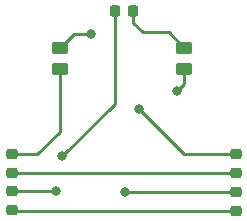
<source format=gtl>
G04 #@! TF.GenerationSoftware,KiCad,Pcbnew,(6.0.0)*
G04 #@! TF.CreationDate,2021-12-31T14:49:46+01:00*
G04 #@! TF.ProjectId,marklin-v100-led-back-pcb,6d61726b-6c69-46e2-9d76-3130302d6c65,0.1*
G04 #@! TF.SameCoordinates,Original*
G04 #@! TF.FileFunction,Copper,L1,Top*
G04 #@! TF.FilePolarity,Positive*
%FSLAX46Y46*%
G04 Gerber Fmt 4.6, Leading zero omitted, Abs format (unit mm)*
G04 Created by KiCad (PCBNEW (6.0.0)) date 2021-12-31 14:49:46*
%MOMM*%
%LPD*%
G01*
G04 APERTURE LIST*
G04 Aperture macros list*
%AMRoundRect*
0 Rectangle with rounded corners*
0 $1 Rounding radius*
0 $2 $3 $4 $5 $6 $7 $8 $9 X,Y pos of 4 corners*
0 Add a 4 corners polygon primitive as box body*
4,1,4,$2,$3,$4,$5,$6,$7,$8,$9,$2,$3,0*
0 Add four circle primitives for the rounded corners*
1,1,$1+$1,$2,$3*
1,1,$1+$1,$4,$5*
1,1,$1+$1,$6,$7*
1,1,$1+$1,$8,$9*
0 Add four rect primitives between the rounded corners*
20,1,$1+$1,$2,$3,$4,$5,0*
20,1,$1+$1,$4,$5,$6,$7,0*
20,1,$1+$1,$6,$7,$8,$9,0*
20,1,$1+$1,$8,$9,$2,$3,0*%
G04 Aperture macros list end*
G04 #@! TA.AperFunction,SMDPad,CuDef*
%ADD10RoundRect,0.250000X-0.450000X0.262500X-0.450000X-0.262500X0.450000X-0.262500X0.450000X0.262500X0*%
G04 #@! TD*
G04 #@! TA.AperFunction,SMDPad,CuDef*
%ADD11RoundRect,0.218750X-0.218750X-0.256250X0.218750X-0.256250X0.218750X0.256250X-0.218750X0.256250X0*%
G04 #@! TD*
G04 #@! TA.AperFunction,SMDPad,CuDef*
%ADD12RoundRect,0.218750X0.256250X-0.218750X0.256250X0.218750X-0.256250X0.218750X-0.256250X-0.218750X0*%
G04 #@! TD*
G04 #@! TA.AperFunction,SMDPad,CuDef*
%ADD13RoundRect,0.218750X-0.256250X0.218750X-0.256250X-0.218750X0.256250X-0.218750X0.256250X0.218750X0*%
G04 #@! TD*
G04 #@! TA.AperFunction,SMDPad,CuDef*
%ADD14RoundRect,0.250000X0.450000X-0.262500X0.450000X0.262500X-0.450000X0.262500X-0.450000X-0.262500X0*%
G04 #@! TD*
G04 #@! TA.AperFunction,ViaPad*
%ADD15C,0.800000*%
G04 #@! TD*
G04 #@! TA.AperFunction,Conductor*
%ADD16C,0.250000*%
G04 #@! TD*
G04 APERTURE END LIST*
D10*
X98640000Y-65245000D03*
X98640000Y-67070000D03*
D11*
X103265000Y-62157500D03*
X104840000Y-62157500D03*
D12*
X94540000Y-75832500D03*
X94540000Y-74257500D03*
D13*
X113540000Y-74270000D03*
X113540000Y-75845000D03*
D12*
X94540000Y-78982500D03*
X94540000Y-77407500D03*
D13*
X113540000Y-77470000D03*
X113540000Y-79045000D03*
D14*
X109140000Y-67070000D03*
X109140000Y-65245000D03*
D15*
X98840000Y-74457500D03*
X98340000Y-77357500D03*
X108540000Y-68957500D03*
X101240000Y-64057500D03*
X104140000Y-77457500D03*
X105340000Y-70457500D03*
D16*
X98340000Y-77357500D02*
X94590000Y-77357500D01*
X94590000Y-77357500D02*
X94540000Y-77407500D01*
X103265000Y-70032500D02*
X103265000Y-62157500D01*
X103265000Y-70032500D02*
X98840000Y-74457500D01*
X107852500Y-63957500D02*
X105640000Y-63957500D01*
X105640000Y-63957500D02*
X104840000Y-63157500D01*
X104840000Y-63157500D02*
X104840000Y-62157500D01*
X109140000Y-65245000D02*
X107852500Y-63957500D01*
X94602500Y-79045000D02*
X94540000Y-78982500D01*
X113540000Y-79045000D02*
X94602500Y-79045000D01*
X99827500Y-64057500D02*
X98640000Y-65245000D01*
X109140000Y-68357500D02*
X108540000Y-68957500D01*
X101240000Y-64057500D02*
X99827500Y-64057500D01*
X109140000Y-67070000D02*
X109140000Y-68357500D01*
X94540000Y-75832500D02*
X113527500Y-75832500D01*
X113527500Y-75832500D02*
X113540000Y-75845000D01*
X96740000Y-74257500D02*
X94540000Y-74257500D01*
X98640000Y-67070000D02*
X98640000Y-72357500D01*
X98640000Y-72357500D02*
X96740000Y-74257500D01*
X104140000Y-77457500D02*
X113527500Y-77457500D01*
X113527500Y-77457500D02*
X113540000Y-77470000D01*
X105340000Y-70457500D02*
X109152500Y-74270000D01*
X109152500Y-74270000D02*
X113540000Y-74270000D01*
M02*

</source>
